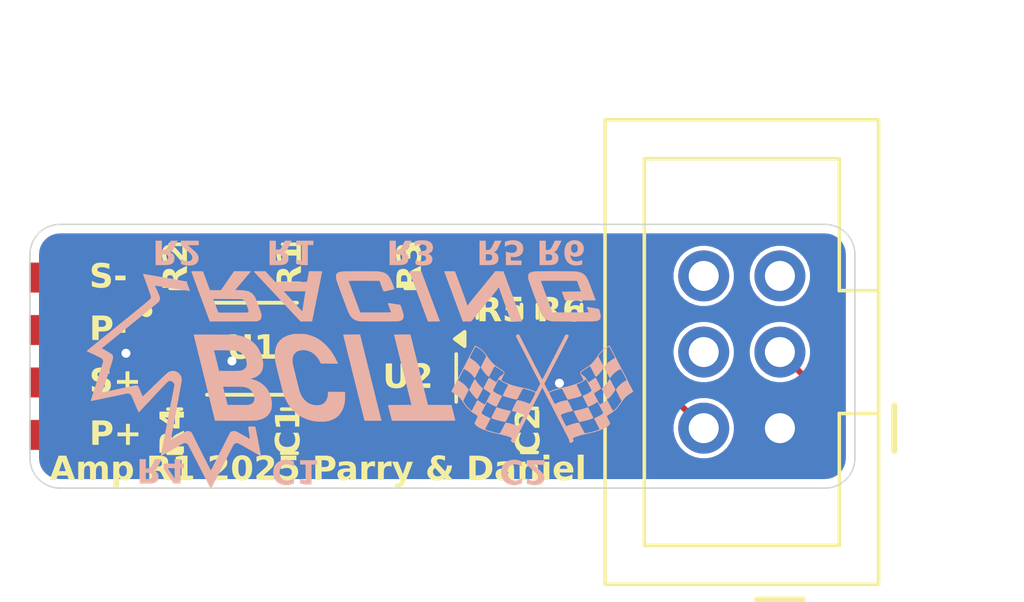
<source format=kicad_pcb>
(kicad_pcb (version 20241229) (generator "pcbnew") (generator_version "9.0")
  (layers (0 "F.Cu" signal) (2 "B.Cu" signal) (13 "F.Paste" user) (15 "B.Paste" user) (5 "F.SilkS" user "F.Silkscreen") (7 "B.SilkS" user "B.Silkscreen") (1 "F.Mask" user) (3 "B.Mask" user) (25 "Edge.Cuts" user))
  (property "CHK_APP_DATE" "--/--/--")
  (property "DSN_APP_DATE" "--/--/--")
  (property "ENG_APP_DATE" "--/--/--")
  (property "SHEETTOTAL" "1")
  (net 0 "")
  (net 1 "+5V")
  (net 2 "GND")
  (net 3 "Net-(R1-Pad1)")
  (net 4 "Net-(R1-Pad2)")
  (net 5 "/strainAIN_D-")
  (net 6 "Net-(U1-VIN-)")
  (net 7 "/strainAIN_D+")
  (net 8 "Net-(U1-VIN+)")
  (net 9 "Net-(U2-IN+)")
  (net 10 "Net-(U1-VOUT)")
  (net 11 "Net-(U1-REF)")
  (net 12 "Net-(S1-Pin_2)")
  (footprint "Capacitor_SMD:C_0805_2012Metric_Pad1.18x1.45mm_HandSolder" (layer "F.Cu") (at 146.65 117.474)
    (property "Reference" "C2" (at 0 0.026 90) (layer "F.SilkS") (effects (font (size 0.8 0.8))))
    (property "Value" "0.1uF")
    (pad "1" smd roundrect (at -1.0375 0) (size 1.175 1.45) (layers "F.Cu" "F.Mask" "F.Paste") (roundrect_rratio 0.212766) (net 1 "+5V"))
    (pad "2" smd roundrect (at 1.0375 0) (size 1.175 1.45) (layers "F.Cu" "F.Mask" "F.Paste") (roundrect_rratio 0.212766) (net 2 "GND"))
  )
  (footprint "Lib:AdamTech_BHR-06-VUA" (layer "F.Cu") (at 155 117.4 180)
    (property "Reference" "S1" (hide yes))
    (property "Value" "CONN_01X03_2.54MM")
    (pad "1" thru_hole roundrect (at 0 0 180) (size 1.7 1.7) (drill 1) (layers "*.Cu" "*.Mask") (roundrect_rratio 0.147059) (net 2 "GND"))
    (pad "2" thru_hole circle (at 2.54 0 180) (size 1.7 1.7) (drill 1) (layers "*.Cu" "*.Mask") (net 12 "Net-(S1-Pin_2)"))
    (pad "3" thru_hole circle (at 0 2.54 180) (size 1.7 1.7) (drill 1) (layers "*.Cu" "*.Mask") (net 1 "+5V"))
    (pad "4" thru_hole circle (at 2.54 2.54 180) (size 1.7 1.7) (drill 1) (layers "*.Cu" "*.Mask"))
    (pad "5" thru_hole circle (at 0 5.08 180) (size 1.7 1.7) (drill 1) (layers "*.Cu" "*.Mask"))
    (pad "6" thru_hole circle (at 2.54 5.08 180) (size 1.7 1.7) (drill 1) (layers "*.Cu" "*.Mask"))
  )
  (footprint "Lib:INA333AIDGKR_SOP65P490X110-8N" (layer "F.Cu") (at 137.4 114.75)
    (property "Reference" "U1" (at 0 0 0) (layer "F.SilkS") (effects (font (size 0.8 0.8))))
    (property "Value" "INA333AIDGKR")
    (pad "1" smd roundrect (at -2.15 -0.975) (size 1.47 0.48) (layers "F.Cu" "F.Mask" "F.Paste") (roundrect_rratio 0.125) (net 4 "Net-(R1-Pad2)"))
    (pad "2" smd roundrect (at -2.15 -0.325) (size 1.47 0.48) (layers "F.Cu" "F.Mask" "F.Paste") (roundrect_rratio 0.125) (net 6 "Net-(U1-VIN-)"))
    (pad "3" smd roundrect (at -2.15 0.325) (size 1.47 0.48) (layers "F.Cu" "F.Mask" "F.Paste") (roundrect_rratio 0.125) (net 8 "Net-(U1-VIN+)"))
    (pad "4" smd roundrect (at -2.15 0.975) (size 1.47 0.48) (layers "F.Cu" "F.Mask" "F.Paste") (roundrect_rratio 0.125) (net 2 "GND"))
    (pad "5" smd roundrect (at 2.15 0.975) (size 1.47 0.48) (layers "F.Cu" "F.Mask" "F.Paste") (roundrect_rratio 0.125) (net 11 "Net-(U1-REF)"))
    (pad "6" smd roundrect (at 2.15 0.325) (size 1.47 0.48) (layers "F.Cu" "F.Mask" "F.Paste") (roundrect_rratio 0.125) (net 10 "Net-(U1-VOUT)"))
    (pad "7" smd roundrect (at 2.15 -0.325) (size 1.47 0.48) (layers "F.Cu" "F.Mask" "F.Paste") (roundrect_rratio 0.125) (net 1 "+5V"))
    (pad "8" smd roundrect (at 2.15 -0.975) (size 1.47 0.48) (layers "F.Cu" "F.Mask" "F.Paste") (roundrect_rratio 0.125) (net 3 "Net-(R1-Pad1)"))
  )
  (footprint "Resistor_SMD:R_0805_2012Metric_Pad1.20x1.40mm_HandSolder" (layer "F.Cu") (at 145.65 113.5 90)
    (property "Reference" "R5" (at 0 0.05 180) (layer "F.SilkS") (effects (font (size 0.8 0.8))))
    (property "Value" "20K +-0.1%")
    (pad "1" smd roundrect (at -1 0 90) (size 1.2 1.4) (layers "F.Cu" "F.Mask" "F.Paste") (roundrect_rratio 0.208333) (net 1 "+5V"))
    (pad "2" smd roundrect (at 1 0 90) (size 1.2 1.4) (layers "F.Cu" "F.Mask" "F.Paste") (roundrect_rratio 0.208333) (net 9 "Net-(U2-IN+)"))
  )
  (footprint "Lib:CONN_01X04" (layer "F.Cu") (at 129.975 117.625 180)
    (property "Reference" "S2" (hide yes))
    (property "Value" "CONN_01X04_StrainGauge" (hide yes))
    (fp_text user "S-\n" (at -2 5.25 0) (layer "F.SilkS") (effects (font (size 0.8 0.8)) (justify left)))
    (fp_text user "P+" (at -2 0 0) (layer "F.SilkS") (effects (font (size 0.8 0.8)) (justify left)))
    (fp_text user "S+" (at -2 1.75 0) (layer "F.SilkS") (effects (font (size 0.8 0.8)) (justify left)))
    (fp_text user "P-" (at -2 3.5 0) (layer "F.SilkS") (effects (font (size 0.8 0.8)) (justify left)))
    (pad "1" smd trapezoid (at -1 0 180) (size 2 1) (layers "F.Cu" "F.Mask" "F.Paste") (net 1 "+5V"))
    (pad "2" smd trapezoid (at -1 1.75 180) (size 2 1) (layers "F.Cu" "F.Mask" "F.Paste") (net 7 "/strainAIN_D+"))
    (pad "3" smd trapezoid (at -1 3.5 180) (size 2 1) (layers "F.Cu" "F.Mask" "F.Paste") (net 2 "GND"))
    (pad "4" smd trapezoid (at -1 5.25 180) (size 2 1) (layers "F.Cu" "F.Mask" "F.Paste") (net 5 "/strainAIN_D-"))
  )
  (footprint "Resistor_SMD:R_0805_2012Metric_Pad1.20x1.40mm_HandSolder" (layer "F.Cu") (at 142.7375 112 180)
    (property "Reference" "R3" (at 0.0375 0 90) (layer "F.SilkS") (effects (font (size 0.8 0.8))))
    (property "Value" "500 ± 5%")
    (pad "1" smd roundrect (at -1 0 180) (size 1.2 1.4) (layers "F.Cu" "F.Mask" "F.Paste") (roundrect_rratio 0.208333) (net 12 "Net-(S1-Pin_2)"))
    (pad "2" smd roundrect (at 1 0 180) (size 1.2 1.4) (layers "F.Cu" "F.Mask" "F.Paste") (roundrect_rratio 0.208333) (net 10 "Net-(U1-VOUT)"))
  )
  (footprint "Resistor_SMD:R_0805_2012Metric_Pad1.20x1.40mm_HandSolder" (layer "F.Cu") (at 147.65 113.5 -90)
    (property "Reference" "R6" (at 0 -0.05 180) (layer "F.SilkS") (effects (font (size 0.8 0.8))))
    (property "Value" "10K +-0.1%")
    (pad "1" smd roundrect (at -1 0 270) (size 1.2 1.4) (layers "F.Cu" "F.Mask" "F.Paste") (roundrect_rratio 0.208333) (net 9 "Net-(U2-IN+)"))
    (pad "2" smd roundrect (at 1 0 270) (size 1.2 1.4) (layers "F.Cu" "F.Mask" "F.Paste") (roundrect_rratio 0.208333) (net 2 "GND"))
  )
  (footprint "Package_TO_SOT_SMD:TSOT-23-6" (layer "F.Cu") (at 142.65 115.724 -90)
    (property "Reference" "U2" (at 0 0.05 180) (layer "F.SilkS") (effects (font (size 0.8 0.8))))
    (property "Value" "TLV9061SQDBVRQ1")
    (pad "1" smd roundrect (at -1.1375 -0.95 270) (size 1.325 0.6) (layers "F.Cu" "F.Mask" "F.Paste") (net 11 "Net-(U1-REF)"))
    (pad "2" smd roundrect (at -1.1375 0 270) (size 1.325 0.6) (layers "F.Cu" "F.Mask" "F.Paste") (net 2 "GND"))
    (pad "3" smd roundrect (at -1.1375 0.95 270) (size 1.325 0.6) (layers "F.Cu" "F.Mask" "F.Paste") (net 9 "Net-(U2-IN+)"))
    (pad "4" smd roundrect (at 1.1375 0.95 270) (size 1.325 0.6) (layers "F.Cu" "F.Mask" "F.Paste") (net 11 "Net-(U1-REF)"))
    (pad "5" smd roundrect (at 1.1375 0 270) (size 1.325 0.6) (layers "F.Cu" "F.Mask" "F.Paste") (net 2 "GND"))
    (pad "6" smd roundrect (at 1.1375 -0.95 270) (size 1.325 0.6) (layers "F.Cu" "F.Mask" "F.Paste") (net 1 "+5V"))
  )
  (footprint "Resistor_SMD:R_0805_2012Metric_Pad1.20x1.40mm_HandSolder" (layer "F.Cu") (at 134.9 112)
    (property "Reference" "R2" (at 0 0 90) (layer "F.SilkS") (effects (font (size 0.8 0.8))))
    (property "Value" "1K +-0.1%")
    (pad "1" smd roundrect (at -1 0) (size 1.2 1.4) (layers "F.Cu" "F.Mask" "F.Paste") (roundrect_rratio 0.208333) (net 5 "/strainAIN_D-"))
    (pad "2" smd roundrect (at 1 0) (size 1.2 1.4) (layers "F.Cu" "F.Mask" "F.Paste") (roundrect_rratio 0.208333) (net 6 "Net-(U1-VIN-)"))
  )
  (footprint "Resistor_SMD:R_0805_2012Metric_Pad1.20x1.40mm_HandSolder" (layer "F.Cu") (at 138.65 112 180)
    (property "Reference" "R1" (at -0.05 0 90) (layer "F.SilkS") (effects (font (size 0.8 0.8))))
    (property "Value" "1K +-0.1%")
    (pad "1" smd roundrect (at -1 0 180) (size 1.2 1.4) (layers "F.Cu" "F.Mask" "F.Paste") (roundrect_rratio 0.208333) (net 3 "Net-(R1-Pad1)"))
    (pad "2" smd roundrect (at 1 0 180) (size 1.2 1.4) (layers "F.Cu" "F.Mask" "F.Paste") (roundrect_rratio 0.208333) (net 4 "Net-(R1-Pad2)"))
  )
  (footprint "Capacitor_SMD:C_0805_2012Metric_Pad1.18x1.45mm_HandSolder" (layer "F.Cu") (at 138.65 117.5 180)
    (property "Reference" "C1" (at 0 0 90) (layer "F.SilkS") (effects (font (size 0.8 0.8))))
    (property "Value" "0.1uF")
    (pad "1" smd roundrect (at -1.0375 0 180) (size 1.175 1.45) (layers "F.Cu" "F.Mask" "F.Paste") (roundrect_rratio 0.212766) (net 1 "+5V"))
    (pad "2" smd roundrect (at 1.0375 0 180) (size 1.175 1.45) (layers "F.Cu" "F.Mask" "F.Paste") (roundrect_rratio 0.212766) (net 2 "GND"))
  )
  (footprint "Resistor_SMD:R_0805_2012Metric_Pad1.20x1.40mm_HandSolder" (layer "F.Cu") (at 134.8231 117.5 180)
    (property "Reference" "R4" (at 0.0231 0 90) (layer "F.SilkS") (effects (font (size 0.8 0.8))))
    (property "Value" "1K +-0.1%")
    (pad "1" smd roundrect (at -1 0 180) (size 1.2 1.4) (layers "F.Cu" "F.Mask" "F.Paste") (roundrect_rratio 0.208333) (net 8 "Net-(U1-VIN+)"))
    (pad "2" smd roundrect (at 1 0 180) (size 1.2 1.4) (layers "F.Cu" "F.Mask" "F.Paste") (roundrect_rratio 0.208333) (net 7 "/strainAIN_D+"))
  )
  (footprint "Lib:BCIT-Racing-Logo_20mm_8mm8" (layer "B.Cu") (at 141.3582 115.801382)
    (property "Reference" "G***" (hide yes))
    (property "Value" "LOGO" (hide yes))
  )
  (gr_arc (start 131 119.4) (mid 130.292893 119.107107) (end 130 118.4) (stroke (width 0.05)) (layer "Edge.Cuts"))
  (gr_line (start 156.5 119.4) (end 131 119.4) (stroke (width 0.05)) (layer "Edge.Cuts"))
  (gr_arc (start 157.5 118.4) (mid 157.207107 119.107107) (end 156.5 119.4) (stroke (width 0.05)) (layer "Edge.Cuts"))
  (gr_line (start 131 110.6) (end 156.5 110.6) (stroke (width 0.05)) (layer "Edge.Cuts"))
  (gr_line (start 157.5 111.6) (end 157.5 118.4) (stroke (width 0.05)) (layer "Edge.Cuts"))
  (gr_arc (start 156.5 110.6) (mid 157.207107 110.892893) (end 157.5 111.6) (stroke (width 0.05)) (layer "Edge.Cuts"))
  (gr_arc (start 130 111.6) (mid 130.292893 110.892893) (end 131 110.6) (stroke (width 0.05)) (layer "Edge.Cuts"))
  (gr_line (start 130 118.4) (end 130 111.6) (stroke (width 0.05)) (layer "Edge.Cuts"))
  (gr_text "Amp R1 2025 Parry & Daniel" (at 139.6 118.8 0) (layer "F.SilkS") (effects (font (size 0.8 0.8))))
  (gr_text "R3" (at 142.7038 111.4752 180) (layer "B.SilkS") (effects (font (size 0.8 0.8)) (justify mirror)))
  (gr_text "R5" (at 145.7038 111.4752 180) (layer "B.SilkS") (effects (font (size 0.8 0.8)) (justify mirror)))
  (gr_text "R1" (at 138.7038 111.4752 180) (layer "B.SilkS") (effects (font (size 0.8 0.8)) (justify mirror)))
  (gr_text "C1" (at 138.85 118.8 180) (layer "B.SilkS") (effects (font (size 0.8 0.8)) (justify mirror)))
  (gr_text "R4" (at 134.3688 118.765 180) (layer "B.SilkS") (effects (font (size 0.8 0.8)) (justify mirror)))
  (gr_text "R6" (at 147.7038 111.4752 180) (layer "B.SilkS") (effects (font (size 0.8 0.8)) (justify mirror)))
  (gr_text "C2" (at 146.45 118.8 180) (layer "B.SilkS") (effects (font (size 0.8 0.8)) (justify mirror)))
  (gr_text "R2" (at 134.9038 111.4752 180) (layer "B.SilkS") (effects (font (size 0.8 0.8)) (justify mirror)))
  (segment (start 147 118.8615) (end 147 118.9) (width 0.2) (layer "F.Cu") (net 1))
  (segment (start 139.65 117.5) (end 138.15 116) (width 0.2) (layer "F.Cu") (net 1))
  (segment (start 145.6125 117.474) (end 147 118.8615) (width 0.2) (layer "F.Cu") (net 1))
  (segment (start 138.15 115.090001) (end 138.815001 114.425) (width 0.2) (layer "F.Cu") (net 1))
  (segment (start 138.815001 114.425) (end 139.55 114.425) (width 0.2) (layer "F.Cu") (net 1))
  (segment (start 139.7 117.5) (end 141 118.8) (width 0.2) (layer "F.Cu") (net 1))
  (segment (start 156.5 116.36) (end 156.5 118.4) (width 0.2) (layer "F.Cu") (net 1))
  (segment (start 138.15 116) (end 138.15 115.090001) (width 0.2) (layer "F.Cu") (net 1))
  (segment (start 144.4 118.8) (end 141 118.8) (width 0.2) (layer "F.Cu") (net 1))
  (segment (start 144.2125 117.474) (end 143.6 116.8615) (width 0.2) (layer "F.Cu") (net 1))
  (segment (start 156 118.9) (end 148.5 118.9) (width 0.2) (layer "F.Cu") (net 1))
  (segment (start 139.6875 117.5) (end 139.6875 117.5375) (width 0.2) (layer "F.Cu") (net 1))
  (segment (start 156.5 118.4) (end 156 118.9) (width 0.2) (layer "F.Cu") (net 1))
  (segment (start 145.6125 114.5375) (end 145.65 114.5) (width 0.2) (layer "F.Cu") (net 1))
  (segment (start 139.6875 117.5) (end 138.3875 118.8) (width 0.2) (layer "F.Cu") (net 1))
  (segment (start 147 118.9) (end 148.5 118.9) (width 0.2) (layer "F.Cu") (net 1))
  (segment (start 145.6125 117.5875) (end 144.4 118.8) (width 0.2) (layer "F.Cu") (net 1))
  (segment (start 132.475 118.8) (end 130.975 117.3) (width 0.2) (layer "F.Cu") (net 1))
  (segment (start 145.6125 117.474) (end 145.6125 117.5875) (width 0.2) (layer "F.Cu") (net 1))
  (segment (start 138.3875 118.8) (end 132.475 118.8) (width 0.2) (layer "F.Cu") (net 1))
  (segment (start 155 114.86) (end 156.5 116.36) (width 0.2) (layer "F.Cu") (net 1))
  (segment (start 139.6875 117.5) (end 139.65 117.5) (width 0.2) (layer "F.Cu") (net 1))
  (segment (start 139.6875 117.5) (end 139.7 117.5) (width 0.2) (layer "F.Cu") (net 1))
  (segment (start 145.6125 117.474) (end 144.2125 117.474) (width 0.2) (layer "F.Cu") (net 1))
  (segment (start 145.6125 117.474) (end 145.6125 114.5375) (width 0.2) (layer "F.Cu") (net 1))
  (segment (start 144.549 113.5) (end 144.4 113.649) (width 0.2) (layer "F.Cu") (net 2))
  (segment (start 142.65 116.8615) (end 142.65 116.199001) (width 0.2) (layer "F.Cu") (net 2))
  (segment (start 136.731 115.1582) (end 136.731 115.331) (width 0.2) (layer "F.Cu") (net 2))
  (segment (start 144.4 115.3) (end 144.4 113.649) (width 0.2) (layer "F.Cu") (net 2))
  (segment (start 132.425 114.125) (end 133.2 114.9) (width 0.2) (layer "F.Cu") (net 2))
  (segment (start 144.251 113.5) (end 144.4 113.649) (width 0.2) (layer "F.Cu") (net 2))
  (segment (start 147.65 117.4365) (end 147.6875 117.474) (width 0.2) (layer "F.Cu") (net 2))
  (segment (start 142.65 113.924001) (end 142.65 114.5865) (width 0.2) (layer "F.Cu") (net 2))
  (segment (start 136.375 115.725) (end 135.25 115.725) (width 0.2) (layer "F.Cu") (net 2))
  (segment (start 147.65 114.5) (end 146.65 113.5) (width 0.2) (layer "F.Cu") (net 2))
  (segment (start 147.65 115.9) (end 147.65 117.4365) (width 0.2) (layer "F.Cu") (net 2))
  (segment (start 142.949001 115.9) (end 143.8 115.9) (width 0.2) (layer "F.Cu") (net 2))
  (segment (start 143.074001 113.5) (end 144.251 113.5) (width 0.2) (layer "F.Cu") (net 2))
  (segment (start 143.8 115.9) (end 144.4 115.3) (width 0.2) (layer "F.Cu") (net 2))
  (segment (start 136.731 115.1582) (end 136.731 115.369) (width 0.2) (layer "F.Cu") (net 2))
  (segment (start 142.65 116.199001) (end 142.949001 115.9) (width 0.2) (layer "F.Cu") (net 2))
  (segment (start 136.731 115.331) (end 137.6125 116.2125) (width 0.2) (layer "F.Cu") (net 2))
  (segment (start 144.549 113.5) (end 143.074001 113.5) (width 0.2) (layer "F.Cu") (net 2))
  (segment (start 130.975 114.125) (end 132.425 114.125) (width 0.2) (layer "F.Cu") (net 2))
  (segment (start 136.7818 115.1582) (end 136.8 115.1764) (width 0.2) (layer "F.Cu") (net 2))
  (segment (start 143.074001 113.5) (end 142.65 113.924001) (width 0.2) (layer "F.Cu") (net 2))
  (segment (start 136.731 115.369) (end 136.375 115.725) (width 0.2) (layer "F.Cu") (net 2))
  (segment (start 146.65 113.5) (end 144.549 113.5) (width 0.2) (layer "F.Cu") (net 2))
  (segment (start 147.65 114.5) (end 147.65 115.9) (width 0.2) (layer "F.Cu") (net 2))
  (segment (start 137.6125 116.2125) (end 137.6125 117.5) (width 0.2) (layer "F.Cu") (net 2))
  (segment (start 136.8 115.1764) (end 136.8 115.3) (width 0.2) (layer "F.Cu") (net 2))
  (segment (start 136.731 115.1582) (end 136.7818 115.1582) (width 0.2) (layer "F.Cu") (net 2))
  (via (at 133.2 114.9) (size 0.6) (drill 0.3) (layers "F.Cu" "B.Cu") (net 2))
  (via (at 136.731 115.1582) (size 0.6) (drill 0.3) (layers "F.Cu" "B.Cu") (net 2))
  (via (at 147.65 115.9) (size 0.6) (drill 0.3) (layers "F.Cu" "B.Cu") (net 2))
  (segment (start 139.55 113.775) (end 139.55 112.1) (width 0.2) (layer "F.Cu") (net 3))
  (segment (start 139.55 112.1) (end 139.65 112) (width 0.2) (layer "F.Cu") (net 3))
  (segment (start 135.25 113.775) (end 135.875 113.775) (width 0.2) (layer "F.Cu") (net 4))
  (segment (start 135.875 113.775) (end 137.65 112) (width 0.2) (layer "F.Cu") (net 4))
  (segment (start 133.1 112.8) (end 133.9 112) (width 0.2) (layer "F.Cu") (net 5))
  (segment (start 130.975 112.8) (end 133.1 112.8) (width 0.2) (layer "F.Cu") (net 5))
  (segment (start 134.15 113.5) (end 135.65 112) (width 0.2) (layer "F.Cu") (net 6))
  (segment (start 135.65 112) (end 135.9 112) (width 0.2) (layer "F.Cu") (net 6))
  (segment (start 134.15 114) (end 134.15 113.5) (width 0.2) (layer "F.Cu") (net 6))
  (segment (start 134.575 114.425) (end 134.15 114) (width 0.2) (layer "F.Cu") (net 6))
  (segment (start 135.25 114.425) (end 134.575 114.425) (width 0.2) (layer "F.Cu") (net 6))
  (segment (start 133.8231 117.4231) (end 132.4 116) (width 0.2) (layer "F.Cu") (net 7))
  (segment (start 133.8231 117.5) (end 133.8231 117.4231) (width 0.2) (layer "F.Cu") (net 7))
  (segment (start 132.4 116) (end 130.401 116) (width 0.2) (layer "F.Cu") (net 7))
  (segment (start 134.515001 115.075) (end 135.25 115.075) (width 0.2) (layer "F.Cu") (net 8))
  (segment (start 135.8231 117.5) (end 135.4 117.5) (width 0.2) (layer "F.Cu") (net 8))
  (segment (start 134.15 116.25) (end 134.15 115.440001) (width 0.2) (layer "F.Cu") (net 8))
  (segment (start 134.15 115.440001) (end 134.515001 115.075) (width 0.2) (layer "F.Cu") (net 8))
  (segment (start 135.4 117.5) (end 134.15 116.25) (width 0.2) (layer "F.Cu") (net 8))
  (segment (start 141.7 114.5865) (end 141.7 113.924001) (width 0.2) (layer "F.Cu") (net 9))
  (segment (start 142.624001 113) (end 145.15 113) (width 0.2) (layer "F.Cu") (net 9))
  (segment (start 147.498 112.348) (end 147.65 112.5) (width 0.2) (layer "F.Cu") (net 9))
  (segment (start 145.15 113) (end 145.65 112.5) (width 0.2) (layer "F.Cu") (net 9))
  (segment (start 141.7 113.924001) (end 142.624001 113) (width 0.2) (layer "F.Cu") (net 9))
  (segment (start 147.65 112.5) (end 145.65 112.5) (width 0.2) (layer "F.Cu") (net 9))
  (segment (start 139.55 115.075) (end 139.593 115.118) (width 0.2) (layer "F.Cu") (net 10))
  (segment (start 140.9 112.8375) (end 140.9 114.5) (width 0.2) (layer "F.Cu") (net 10))
  (segment (start 141.7375 112) (end 140.9 112.8375) (width 0.2) (layer "F.Cu") (net 10))
  (segment (start 140.9 114.5) (end 140.325 115.075) (width 0.2) (layer "F.Cu") (net 10))
  (segment (start 140.325 115.075) (end 139.55 115.075) (width 0.2) (layer "F.Cu") (net 10))
  (segment (start 141.7 116.5) (end 142.6976 115.5024) (width 0.2) (layer "F.Cu") (net 11))
  (segment (start 141.7 116.8615) (end 140.5635 115.725) (width 0.2) (layer "F.Cu") (net 11))
  (segment (start 140.5635 115.725) (end 139.55 115.725) (width 0.2) (layer "F.Cu") (net 11))
  (segment (start 143.6 115.248999) (end 143.6 114.5865) (width 0.2) (layer "F.Cu") (net 11))
  (segment (start 142.6976 115.5024) (end 143.346599 115.5024) (width 0.2) (layer "F.Cu") (net 11))
  (segment (start 141.7 116.8615) (end 141.7 116.5) (width 0.2) (layer "F.Cu") (net 11))
  (segment (start 143.346599 115.5024) (end 143.6 115.248999) (width 0.2) (layer "F.Cu") (net 11))
  (segment (start 141.7 116.725001) (end 141.7 117.3875) (width 0.2) (layer "F.Cu") (net 11))
  (segment (start 143.7375 111.9125) (end 143.7375 112) (width 0.2) (layer "F.Cu") (net 12))
  (segment (start 151 115.94) (end 151 112.4) (width 0.2) (layer "F.Cu") (net 12))
  (segment (start 143.4 112) (end 143.8 111.6) (width 0.2) (layer "F.Cu") (net 12))
  (segment (start 149.725 111.125) (end 144.6125 111.125) (width 0.2) (layer "F.Cu") (net 12))
  (segment (start 151 112.4) (end 149.725 111.125) (width 0.2) (layer "F.Cu") (net 12))
  (segment (start 144.6125 111.125) (end 143.7375 112) (width 0.2) (layer "F.Cu") (net 12))
  (segment (start 152.46 117.4) (end 151 115.94) (width 0.2) (layer "F.Cu") (net 12))
  (zone (net 2) (net_name "GND") (layer "B.Cu") (connect_pads (clearance 0.2)) (min_thickness 0.25) (fill yes (thermal_gap 0.5) (thermal_bridge_width 0.5))
    (polygon (pts (xy 129 108) (xy 161 108) (xy 161 121) (xy 129 121)))
  )
)
</source>
